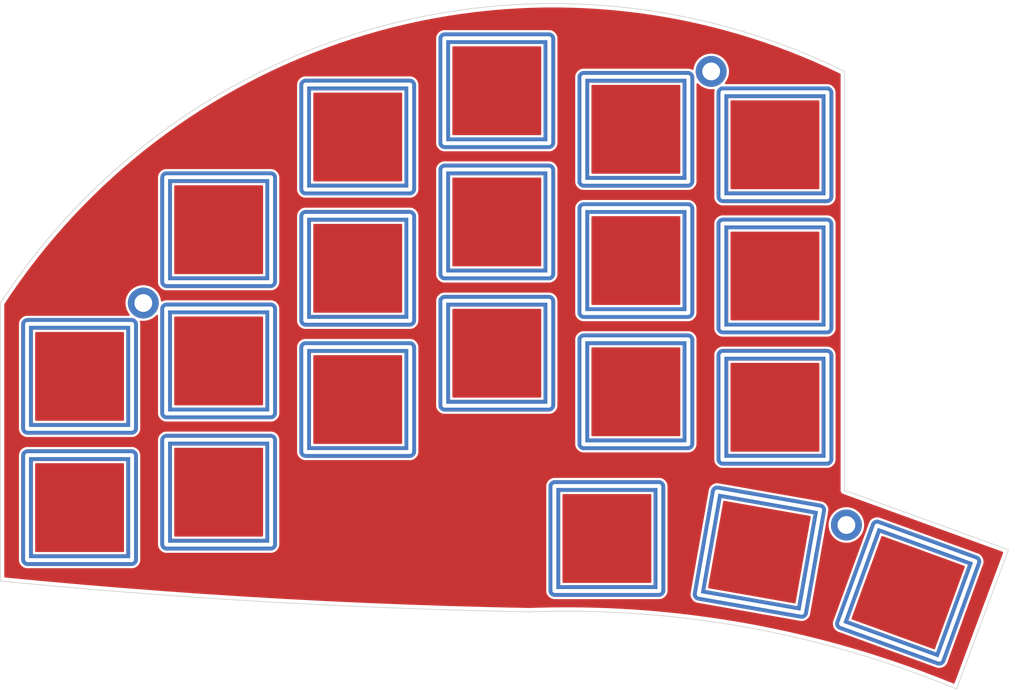
<source format=kicad_pcb>
(kicad_pcb (version 20221018) (generator pcbnew)
  (layers (0 "F.Cu" signal) (31 "B.Cu" signal) (34 "B.Paste" user) (35 "F.Paste" user) (36 "B.SilkS" user "B.Silkscreen") (37 "F.SilkS" user "F.Silkscreen") (38 "B.Mask" user) (39 "F.Mask" user) (44 "Edge.Cuts" user))
  (net 0 "")
  (footprint "kbd:SW_Hole_TH" (layer "F.Cu") (at 151.75 95.25)
    (fp_text reference "SW2" hide)
    (fp_text value "KEY_SWITCH" hide)
    (pad "1" thru_hole oval (at -6.8 0) (size 1.5 15) (drill oval 0.5 14) (layers "*.Cu" "*.Mask"))
    (pad "1" thru_hole oval (at 0 -6.8 90) (size 1.5 15) (drill oval 0.5 14) (layers "*.Cu" "*.Mask"))
    (pad "1" thru_hole oval (at 0 6.8 90) (size 1.5 15) (drill oval 0.5 14) (layers "*.Cu" "*.Mask"))
    (pad "1" thru_hole oval (at 6.8 0) (size 1.5 15) (drill oval 0.5 14) (layers "*.Cu" "*.Mask"))
  )
  (footprint "kbd:SW_Hole_TH" (layer "F.Cu") (at 133.75 90.25)
    (fp_text reference "SW2" hide)
    (fp_text value "KEY_SWITCH" hide)
    (pad "1" thru_hole oval (at -6.8 0) (size 1.5 15) (drill oval 0.5 14) (layers "*.Cu" "*.Mask"))
    (pad "1" thru_hole oval (at 0 -6.8 90) (size 1.5 15) (drill oval 0.5 14) (layers "*.Cu" "*.Mask"))
    (pad "1" thru_hole oval (at 0 6.8 90) (size 1.5 15) (drill oval 0.5 14) (layers "*.Cu" "*.Mask"))
    (pad "1" thru_hole oval (at 6.8 0) (size 1.5 15) (drill oval 0.5 14) (layers "*.Cu" "*.Mask"))
  )
  (footprint "kbd:SW_Hole_TH" (layer "F.Cu") (at 97.75 108.25)
    (fp_text reference "SW2" hide)
    (fp_text value "KEY_SWITCH" hide)
    (pad "1" thru_hole oval (at -6.8 0) (size 1.5 15) (drill oval 0.5 14) (layers "*.Cu" "*.Mask"))
    (pad "1" thru_hole oval (at 0 -6.8 90) (size 1.5 15) (drill oval 0.5 14) (layers "*.Cu" "*.Mask"))
    (pad "1" thru_hole oval (at 0 6.8 90) (size 1.5 15) (drill oval 0.5 14) (layers "*.Cu" "*.Mask"))
    (pad "1" thru_hole oval (at 6.8 0) (size 1.5 15) (drill oval 0.5 14) (layers "*.Cu" "*.Mask"))
  )
  (footprint "kbd:SW_Hole_TH" (layer "F.Cu") (at 79.75 110.25)
    (fp_text reference "SW2" hide)
    (fp_text value "KEY_SWITCH" hide)
    (pad "1" thru_hole oval (at -6.8 0) (size 1.5 15) (drill oval 0.5 14) (layers "*.Cu" "*.Mask"))
    (pad "1" thru_hole oval (at 0 -6.8 90) (size 1.5 15) (drill oval 0.5 14) (layers "*.Cu" "*.Mask"))
    (pad "1" thru_hole oval (at 0 6.8 90) (size 1.5 15) (drill oval 0.5 14) (layers "*.Cu" "*.Mask"))
    (pad "1" thru_hole oval (at 6.8 0) (size 1.5 15) (drill oval 0.5 14) (layers "*.Cu" "*.Mask"))
  )
  (footprint "kbd:SW_Hole_TH" (layer "F.Cu") (at 151.75 61.25)
    (fp_text reference "SW2" hide)
    (fp_text value "KEY_SWITCH" hide)
    (pad "1" thru_hole oval (at -6.8 0) (size 1.5 15) (drill oval 0.5 14) (layers "*.Cu" "*.Mask"))
    (pad "1" thru_hole oval (at 0 -6.8 90) (size 1.5 15) (drill oval 0.5 14) (layers "*.Cu" "*.Mask"))
    (pad "1" thru_hole oval (at 0 6.8 90) (size 1.5 15) (drill oval 0.5 14) (layers "*.Cu" "*.Mask"))
    (pad "1" thru_hole oval (at 6.8 0) (size 1.5 15) (drill oval 0.5 14) (layers "*.Cu" "*.Mask"))
  )
  (footprint "kbd:SW_Hole_TH" (layer "F.Cu") (at 167.743757 116.012743 -10)
    (fp_text reference "SW2" hide)
    (fp_text value "KEY_SWITCH" hide)
    (pad "1" thru_hole oval (at -6.8 0 350) (size 1.5 15) (drill oval 0.5 14) (layers "*.Cu" "*.Mask"))
    (pad "1" thru_hole oval (at 0 -6.8 80) (size 1.5 15) (drill oval 0.5 14) (layers "*.Cu" "*.Mask"))
    (pad "1" thru_hole oval (at 0 6.8 80) (size 1.5 15) (drill oval 0.5 14) (layers "*.Cu" "*.Mask"))
    (pad "1" thru_hole oval (at 6.8 0 350) (size 1.5 15) (drill oval 0.5 14) (layers "*.Cu" "*.Mask"))
  )
  (footprint "kbd:SW_Hole_TH" (layer "F.Cu") (at 115.75 79.25)
    (fp_text reference "SW2" hide)
    (fp_text value "KEY_SWITCH" hide)
    (pad "1" thru_hole oval (at -6.8 0) (size 1.5 15) (drill oval 0.5 14) (layers "*.Cu" "*.Mask"))
    (pad "1" thru_hole oval (at 0 -6.8 90) (size 1.5 15) (drill oval 0.5 14) (layers "*.Cu" "*.Mask"))
    (pad "1" thru_hole oval (at 0 6.8 90) (size 1.5 15) (drill oval 0.5 14) (layers "*.Cu" "*.Mask"))
    (pad "1" thru_hole oval (at 6.8 0) (size 1.5 15) (drill oval 0.5 14) (layers "*.Cu" "*.Mask"))
  )
  (footprint "kbd:SW_Hole_TH" (layer "F.Cu") (at 186.996422 121.262609 -20)
    (fp_text reference "SW2" hide)
    (fp_text value "KEY_SWITCH" hide)
    (pad "1" thru_hole oval (at -6.8 0 340) (size 1.5 15) (drill oval 0.5 14) (layers "*.Cu" "*.Mask"))
    (pad "1" thru_hole oval (at 0 -6.8 70) (size 1.5 15) (drill oval 0.5 14) (layers "*.Cu" "*.Mask"))
    (pad "1" thru_hole oval (at 0 6.8 70) (size 1.5 15) (drill oval 0.5 14) (layers "*.Cu" "*.Mask"))
    (pad "1" thru_hole oval (at 6.8 0 340) (size 1.5 15) (drill oval 0.5 14) (layers "*.Cu" "*.Mask"))
  )
  (footprint "kbd:M2_HOLE_v3" (layer "F.Cu") (at 161.5 53.75)
    (fp_text reference "Ref**" hide)
    (fp_text value "Val**" hide)
    (pad "1" thru_hole circle (at 0 0) (size 4 4) (drill 2.3) (layers "*.Cu" "*.Mask"))
  )
  (footprint "kbd:SW_Hole_TH" (layer "F.Cu") (at 133.75 73.25)
    (fp_text reference "SW2" hide)
    (fp_text value "KEY_SWITCH" hide)
    (pad "1" thru_hole oval (at -6.8 0) (size 1.5 15) (drill oval 0.5 14) (layers "*.Cu" "*.Mask"))
    (pad "1" thru_hole oval (at 0 -6.8 90) (size 1.5 15) (drill oval 0.5 14) (layers "*.Cu" "*.Mask"))
    (pad "1" thru_hole oval (at 0 6.8 90) (size 1.5 15) (drill oval 0.5 14) (layers "*.Cu" "*.Mask"))
    (pad "1" thru_hole oval (at 6.8 0) (size 1.5 15) (drill oval 0.5 14) (layers "*.Cu" "*.Mask"))
  )
  (footprint "kbd:SW_Hole_TH" (layer "F.Cu") (at 79.75 93.25)
    (fp_text reference "SW2" hide)
    (fp_text value "KEY_SWITCH" hide)
    (pad "1" thru_hole oval (at -6.8 0) (size 1.5 15) (drill oval 0.5 14) (layers "*.Cu" "*.Mask"))
    (pad "1" thru_hole oval (at 0 -6.8 90) (size 1.5 15) (drill oval 0.5 14) (layers "*.Cu" "*.Mask"))
    (pad "1" thru_hole oval (at 0 6.8 90) (size 1.5 15) (drill oval 0.5 14) (layers "*.Cu" "*.Mask"))
    (pad "1" thru_hole oval (at 6.8 0) (size 1.5 15) (drill oval 0.5 14) (layers "*.Cu" "*.Mask"))
  )
  (footprint "kbd:SW_Hole_TH" (layer "F.Cu") (at 115.75 96.25)
    (fp_text reference "SW2" hide)
    (fp_text value "KEY_SWITCH" hide)
    (pad "1" thru_hole oval (at -6.8 0) (size 1.5 15) (drill oval 0.5 14) (layers "*.Cu" "*.Mask"))
    (pad "1" thru_hole oval (at 0 -6.8 90) (size 1.5 15) (drill oval 0.5 14) (layers "*.Cu" "*.Mask"))
    (pad "1" thru_hole oval (at 0 6.8 90) (size 1.5 15) (drill oval 0.5 14) (layers "*.Cu" "*.Mask"))
    (pad "1" thru_hole oval (at 6.8 0) (size 1.5 15) (drill oval 0.5 14) (layers "*.Cu" "*.Mask"))
  )
  (footprint "kbd:SW_Hole_TH" (layer "F.Cu") (at 169.75 97.25)
    (fp_text reference "SW2" hide)
    (fp_text value "KEY_SWITCH" hide)
    (pad "1" thru_hole oval (at -6.8 0) (size 1.5 15) (drill oval 0.5 14) (layers "*.Cu" "*.Mask"))
    (pad "1" thru_hole oval (at 0 -6.8 90) (size 1.5 15) (drill oval 0.5 14) (layers "*.Cu" "*.Mask"))
    (pad "1" thru_hole oval (at 0 6.8 90) (size 1.5 15) (drill oval 0.5 14) (layers "*.Cu" "*.Mask"))
    (pad "1" thru_hole oval (at 6.8 0) (size 1.5 15) (drill oval 0.5 14) (layers "*.Cu" "*.Mask"))
  )
  (footprint "kbd:M2_HOLE_v3" (layer "F.Cu") (at 179 112.5)
    (fp_text reference "Ref**" hide)
    (fp_text value "Val**" hide)
    (pad "1" thru_hole circle (at 0 0) (size 4 4) (drill 2.3) (layers "*.Cu" "*.Mask"))
  )
  (footprint "kbd:SW_Hole_TH" (layer "F.Cu") (at 169.75 80.25)
    (fp_text reference "SW2" hide)
    (fp_text value "KEY_SWITCH" hide)
    (pad "1" thru_hole oval (at -6.8 0) (size 1.5 15) (drill oval 0.5 14) (layers "*.Cu" "*.Mask"))
    (pad "1" thru_hole oval (at 0 -6.8 90) (size 1.5 15) (drill oval 0.5 14) (layers "*.Cu" "*.Mask"))
    (pad "1" thru_hole oval (at 0 6.8 90) (size 1.5 15) (drill oval 0.5 14) (layers "*.Cu" "*.Mask"))
    (pad "1" thru_hole oval (at 6.8 0) (size 1.5 15) (drill oval 0.5 14) (layers "*.Cu" "*.Mask"))
  )
  (footprint "kbd:SW_Hole_TH" (layer "F.Cu") (at 97.75 91.25)
    (fp_text reference "SW2" hide)
    (fp_text value "KEY_SWITCH" hide)
    (pad "1" thru_hole oval (at -6.8 0) (size 1.5 15) (drill oval 0.5 14) (layers "*.Cu" "*.Mask"))
    (pad "1" thru_hole oval (at 0 -6.8 90) (size 1.5 15) (drill oval 0.5 14) (layers "*.Cu" "*.Mask"))
    (pad "1" thru_hole oval (at 0 6.8 90) (size 1.5 15) (drill oval 0.5 14) (layers "*.Cu" "*.Mask"))
    (pad "1" thru_hole oval (at 6.8 0) (size 1.5 15) (drill oval 0.5 14) (layers "*.Cu" "*.Mask"))
  )
  (footprint "kbd:SW_Hole_TH" (layer "F.Cu") (at 148 114.25)
    (fp_text reference "SW2" hide)
    (fp_text value "KEY_SWITCH" hide)
    (pad "1" thru_hole oval (at -6.8 0) (size 1.5 15) (drill oval 0.5 14) (layers "*.Cu" "*.Mask"))
    (pad "1" thru_hole oval (at 0 -6.8 90) (size 1.5 15) (drill oval 0.5 14) (layers "*.Cu" "*.Mask"))
    (pad "1" thru_hole oval (at 0 6.8 90) (size 1.5 15) (drill oval 0.5 14) (layers "*.Cu" "*.Mask"))
    (pad "1" thru_hole oval (at 6.8 0) (size 1.5 15) (drill oval 0.5 14) (layers "*.Cu" "*.Mask"))
  )
  (footprint "kbd:SW_Hole_TH" (layer "F.Cu") (at 97.75 74.25)
    (fp_text reference "SW2" hide)
    (fp_text value "KEY_SWITCH" hide)
    (pad "1" thru_hole oval (at -6.8 0) (size 1.5 15) (drill oval 0.5 14) (layers "*.Cu" "*.Mask"))
    (pad "1" thru_hole oval (at 0 -6.8 90) (size 1.5 15) (drill oval 0.5 14) (layers "*.Cu" "*.Mask"))
    (pad "1" thru_hole oval (at 0 6.8 90) (size 1.5 15) (drill oval 0.5 14) (layers "*.Cu" "*.Mask"))
    (pad "1" thru_hole oval (at 6.8 0) (size 1.5 15) (drill oval 0.5 14) (layers "*.Cu" "*.Mask"))
  )
  (footprint "kbd:SW_Hole_TH" (layer "F.Cu") (at 115.75 62.25)
    (fp_text reference "SW2" hide)
    (fp_text value "KEY_SWITCH" hide)
    (pad "1" thru_hole oval (at -6.8 0) (size 1.5 15) (drill oval 0.5 14) (layers "*.Cu" "*.Mask"))
    (pad "1" thru_hole oval (at 0 -6.8 90) (size 1.5 15) (drill oval 0.5 14) (layers "*.Cu" "*.Mask"))
    (pad "1" thru_hole oval (at 0 6.8 90) (size 1.5 15) (drill oval 0.5 14) (layers "*.Cu" "*.Mask"))
    (pad "1" thru_hole oval (at 6.8 0) (size 1.5 15) (drill oval 0.5 14) (layers "*.Cu" "*.Mask"))
  )
  (footprint "kbd:SW_Hole_TH" (layer "F.Cu") (at 169.75 63.25)
    (fp_text reference "SW2" hide)
    (fp_text value "KEY_SWITCH" hide)
    (pad "1" thru_hole oval (at -6.8 0) (size 1.5 15) (drill oval 0.5 14) (layers "*.Cu" "*.Mask"))
    (pad "1" thru_hole oval (at 0 -6.8 90) (size 1.5 15) (drill oval 0.5 14) (layers "*.Cu" "*.Mask"))
    (pad "1" thru_hole oval (at 0 6.8 90) (size 1.5 15) (drill oval 0.5 14) (layers "*.Cu" "*.Mask"))
    (pad "1" thru_hole oval (at 6.8 0) (size 1.5 15) (drill oval 0.5 14) (layers "*.Cu" "*.Mask"))
  )
  (footprint "kbd:SW_Hole_TH" (layer "F.Cu") (at 133.75 56.25)
    (fp_text reference "SW2" hide)
    (fp_text value "KEY_SWITCH" hide)
    (pad "1" thru_hole oval (at -6.8 0) (size 1.5 15) (drill oval 0.5 14) (layers "*.Cu" "*.Mask"))
    (pad "1" thru_hole oval (at 0 -6.8 90) (size 1.5 15) (drill oval 0.5 14) (layers "*.Cu" "*.Mask"))
    (pad "1" thru_hole oval (at 0 6.8 90) (size 1.5 15) (drill oval 0.5 14) (layers "*.Cu" "*.Mask"))
    (pad "1" thru_hole oval (at 6.8 0) (size 1.5 15) (drill oval 0.5 14) (layers "*.Cu" "*.Mask"))
  )
  (footprint "kbd:SW_Hole_TH" (layer "F.Cu") (at 151.75 78.25)
    (fp_text reference "SW2" hide)
    (fp_text value "KEY_SWITCH" hide)
    (pad "1" thru_hole oval (at -6.8 0) (size 1.5 15) (drill oval 0.5 14) (layers "*.Cu" "*.Mask"))
    (pad "1" thru_hole oval (at 0 -6.8 90) (size 1.5 15) (drill oval 0.5 14) (layers "*.Cu" "*.Mask"))
    (pad "1" thru_hole oval (at 0 6.8 90) (size 1.5 15) (drill oval 0.5 14) (layers "*.Cu" "*.Mask"))
    (pad "1" thru_hole oval (at 6.8 0) (size 1.5 15) (drill oval 0.5 14) (layers "*.Cu" "*.Mask"))
  )
  (footprint "kbd:M2_HOLE_v3" (layer "F.Cu") (at 88 83.75)
    (fp_text reference "Ref**" hide)
    (fp_text value "Val**" hide)
    (pad "1" thru_hole circle (at 0 0) (size 4 4) (drill 2.3) (layers "*.Cu" "*.Mask"))
  )
  (gr_arc (start 69.5 83.75) (mid 118.429407 48.008549) (end 178.75 53.75) (stroke (width 0.1)) (layer "Edge.Cuts"))
  (gr_arc (start 138 123.75) (mid 166.16468 125.768267) (end 193.25 133.75) (stroke (width 0.1)) (layer "Edge.Cuts"))
  (gr_line (start 178.75 108) (end 199.972714 115.706343) (stroke (width 0.1)) (layer "Edge.Cuts"))
  (gr_arc (start 138 123.75) (mid 103.710213 122.431348) (end 69.5 119.75) (stroke (width 0.1)) (layer "Edge.Cuts"))
  (gr_line (start 69.5 83.75) (end 69.5 119.75) (stroke (width 0.1)) (layer "Edge.Cuts"))
  (gr_line (start 178.75 53.75) (end 178.75 108) (stroke (width 0.1)) (layer "Edge.Cuts"))
  (gr_line (start 193.25 133.75) (end 199.972714 115.706343) (stroke (width 0.1)) (layer "Edge.Cuts"))
  (zone (net 0) (net_name "") (layer "F.Cu") (name "LGND") (connect_pads (clearance 0.3)) (min_thickness 0.25) (fill yes (thermal_gap 0.5) (thermal_bridge_width 0.5) (island_removal_mode 1) (island_area_min 10))
    (polygon (pts (xy 202 44.5) (xy 202 134) (xy 69.5 134) (xy 69.5 44.5)))
  )
)
</source>
